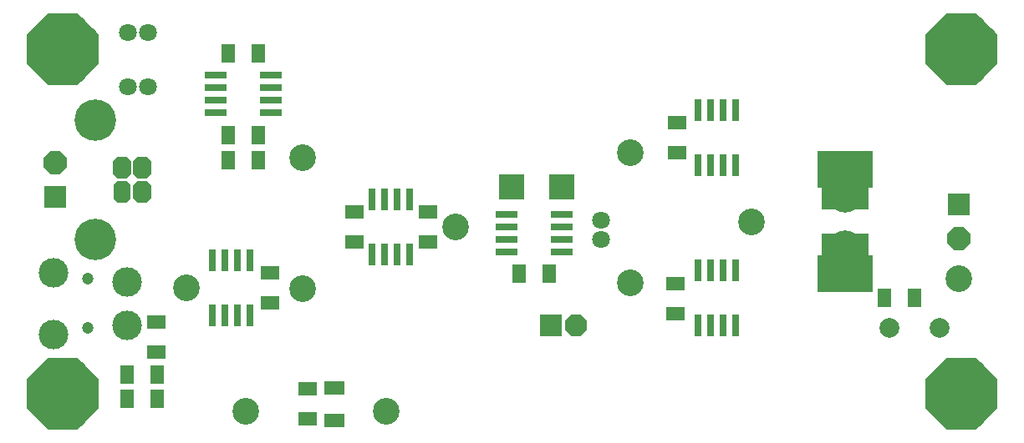
<source format=gts>
G04*
G04 #@! TF.GenerationSoftware,Altium Limited,Altium Designer,19.0.15 (446)*
G04*
G04 Layer_Color=8388736*
%FSLAX44Y44*%
%MOMM*%
G71*
G01*
G75*
%ADD28R,2.7432X3.2032*%
%ADD29R,2.4032X2.2032*%
%ADD30R,5.6032X3.7032*%
%ADD31R,4.7032X2.2032*%
%ADD32R,1.8542X1.4732*%
%ADD33R,2.1032X1.4732*%
%ADD34R,1.4732X1.8542*%
%ADD35R,0.8032X2.2032*%
%ADD36R,2.2032X0.8032*%
%ADD37R,2.5032X2.5032*%
%ADD38C,3.2032*%
%ADD39C,2.0032*%
%ADD40R,2.3032X2.3032*%
%ADD41P,2.4930X8X292.5*%
%ADD42C,2.7032*%
%ADD43C,1.8032*%
%ADD44P,2.3848X8X22.5*%
%ADD45R,2.2032X2.2032*%
%ADD46C,3.0032*%
%ADD47C,1.2032*%
%ADD48C,4.2032*%
G04:AMPARAMS|DCode=49|XSize=1.8032mm|YSize=2.2032mm|CornerRadius=0mm|HoleSize=0mm|Usage=FLASHONLY|Rotation=0.000|XOffset=0mm|YOffset=0mm|HoleType=Round|Shape=Octagon|*
%AMOCTAGOND49*
4,1,8,-0.4508,1.1016,0.4508,1.1016,0.9016,0.6508,0.9016,-0.6508,0.4508,-1.1016,-0.4508,-1.1016,-0.9016,-0.6508,-0.9016,0.6508,-0.4508,1.1016,0.0*
%
%ADD49OCTAGOND49*%

G04:AMPARAMS|DCode=50|XSize=1.7032mm|YSize=2.2032mm|CornerRadius=0mm|HoleSize=0mm|Usage=FLASHONLY|Rotation=0.000|XOffset=0mm|YOffset=0mm|HoleType=Round|Shape=Octagon|*
%AMOCTAGOND50*
4,1,8,-0.4258,1.1016,0.4258,1.1016,0.8516,0.6758,0.8516,-0.6758,0.4258,-1.1016,-0.4258,-1.1016,-0.8516,-0.6758,-0.8516,0.6758,-0.4258,1.1016,0.0*
%
%ADD50OCTAGOND50*%

%ADD51C,1.7780*%
%ADD52P,7.7968X8X292.5*%
D28*
X837500Y167930D02*
D03*
Y272070D02*
D03*
D29*
Y254000D02*
D03*
Y186000D02*
D03*
D30*
Y273000D02*
D03*
Y167000D02*
D03*
D31*
Y197000D02*
D03*
Y243000D02*
D03*
D32*
X292500Y50240D02*
D03*
Y19760D02*
D03*
X667500Y320480D02*
D03*
Y290000D02*
D03*
X665000Y126860D02*
D03*
Y157340D02*
D03*
X415000Y230240D02*
D03*
Y199760D02*
D03*
X340000Y230240D02*
D03*
Y199760D02*
D03*
X255000Y137260D02*
D03*
Y167740D02*
D03*
X140000Y87260D02*
D03*
Y117740D02*
D03*
D33*
X320000Y51500D02*
D03*
Y18500D02*
D03*
D34*
X907740Y142500D02*
D03*
X877260D02*
D03*
X507260Y167500D02*
D03*
X537740D02*
D03*
X109760Y65000D02*
D03*
X140240D02*
D03*
X109760Y40000D02*
D03*
X140240D02*
D03*
X242740Y390664D02*
D03*
X212260D02*
D03*
X242740Y307500D02*
D03*
X212260D02*
D03*
Y282500D02*
D03*
X242740D02*
D03*
D35*
X726550Y170440D02*
D03*
X713850D02*
D03*
X701150D02*
D03*
X688450D02*
D03*
X726550Y114560D02*
D03*
X713850D02*
D03*
X701150D02*
D03*
X688450D02*
D03*
X726550Y332940D02*
D03*
X713850D02*
D03*
X701150D02*
D03*
X688450D02*
D03*
X726550Y277060D02*
D03*
X713850D02*
D03*
X701150D02*
D03*
X688450D02*
D03*
X396550Y242940D02*
D03*
X383850D02*
D03*
X371150D02*
D03*
X358450D02*
D03*
X396550Y187060D02*
D03*
X383850D02*
D03*
X371150D02*
D03*
X358450D02*
D03*
X195950Y124560D02*
D03*
X208650D02*
D03*
X221350D02*
D03*
X234050D02*
D03*
X195950Y180440D02*
D03*
X208650D02*
D03*
X221350D02*
D03*
X234050D02*
D03*
D36*
X549940Y188950D02*
D03*
Y201650D02*
D03*
Y214350D02*
D03*
Y227050D02*
D03*
X494060Y188950D02*
D03*
Y201650D02*
D03*
Y214350D02*
D03*
Y227050D02*
D03*
X199560Y368538D02*
D03*
Y355838D02*
D03*
Y343138D02*
D03*
Y330438D02*
D03*
X255440Y368538D02*
D03*
Y355838D02*
D03*
Y343138D02*
D03*
Y330438D02*
D03*
D37*
X550400Y255000D02*
D03*
X499600D02*
D03*
D38*
X837500Y245000D02*
D03*
Y195000D02*
D03*
D39*
X882100Y112500D02*
D03*
X932900D02*
D03*
D40*
X952500Y237500D02*
D03*
X37500Y245000D02*
D03*
D41*
X952500Y202500D02*
D03*
X37500Y280000D02*
D03*
D42*
X952499Y162501D02*
D03*
X742499Y220001D02*
D03*
X169999Y152501D02*
D03*
X442500Y215000D02*
D03*
X619999Y157499D02*
D03*
X620000Y290000D02*
D03*
X287500Y285000D02*
D03*
Y152100D02*
D03*
X372499Y27501D02*
D03*
X229999D02*
D03*
D43*
X590000Y221650D02*
D03*
Y201650D02*
D03*
X131000Y357000D02*
D03*
X111000D02*
D03*
X131000Y412000D02*
D03*
X111000D02*
D03*
D44*
X565000Y114750D02*
D03*
D45*
X539600D02*
D03*
D46*
X110400D02*
D03*
Y158750D02*
D03*
X35400Y167750D02*
D03*
Y105750D02*
D03*
D47*
X70400Y111750D02*
D03*
Y161750D02*
D03*
D48*
X77900Y202300D02*
D03*
Y322700D02*
D03*
D49*
X125000Y250000D02*
D03*
Y275000D02*
D03*
X105000D02*
D03*
D50*
Y250000D02*
D03*
D51*
X980400Y408970D02*
D03*
Y382300D02*
D03*
X929600D02*
D03*
Y407700D02*
D03*
X968970Y369600D02*
D03*
X942300D02*
D03*
X968970Y420400D02*
D03*
X942300D02*
D03*
X980400Y58970D02*
D03*
Y32300D02*
D03*
X929600D02*
D03*
Y57700D02*
D03*
X968970Y19600D02*
D03*
X942300D02*
D03*
X968970Y70400D02*
D03*
X942300D02*
D03*
X70400Y408970D02*
D03*
Y382300D02*
D03*
X19600D02*
D03*
Y407700D02*
D03*
X58970Y369600D02*
D03*
X32300D02*
D03*
X58970Y420400D02*
D03*
X32300D02*
D03*
X70400Y58970D02*
D03*
Y32300D02*
D03*
X19600D02*
D03*
Y57700D02*
D03*
X58970Y19600D02*
D03*
X32300D02*
D03*
X58970Y70400D02*
D03*
X32300D02*
D03*
D52*
X955000Y395000D02*
D03*
Y45000D02*
D03*
X45000Y395000D02*
D03*
Y45000D02*
D03*
M02*

</source>
